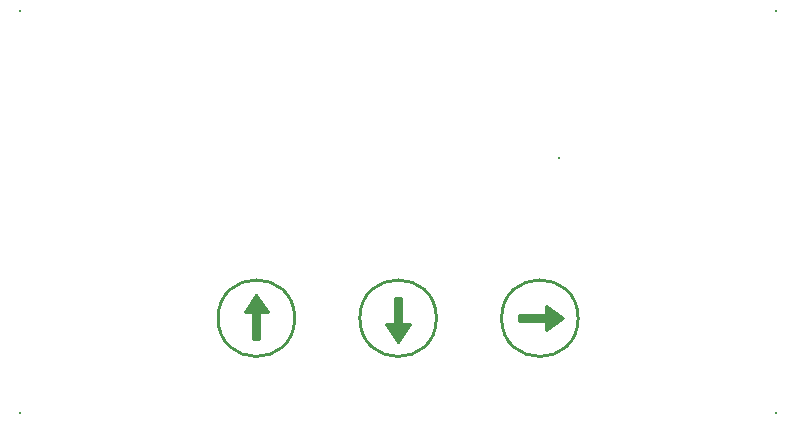
<source format=gts>
G04*
G04 #@! TF.GenerationSoftware,Altium Limited,Altium Designer,20.1.12 (249)*
G04*
G04 Layer_Color=8388736*
%FSLAX25Y25*%
%MOIN*%
G70*
G04*
G04 #@! TF.SameCoordinates,5D91F948-5D34-48A5-82E7-886A0B8BAD73*
G04*
G04*
G04 #@! TF.FilePolarity,Negative*
G04*
G01*
G75*
%ADD10C,0.01000*%
%ADD11C,0.00800*%
%ADD12R,0.00800X0.00800*%
G36*
X90801Y50806D02*
X94194Y45716D01*
X93958Y45276D01*
X91535D01*
Y36417D01*
X89567D01*
Y45276D01*
X87144D01*
X86908Y45716D01*
X90301Y50806D01*
X90801D01*
D02*
G37*
G36*
X138779Y41339D02*
X141202D01*
X141438Y40898D01*
X138045Y35808D01*
X137545D01*
X134152Y40898D01*
X134388Y41339D01*
X136811D01*
Y50197D01*
X138779D01*
Y41339D01*
D02*
G37*
G36*
X192538Y43557D02*
Y43057D01*
X187449Y39664D01*
X187008Y39900D01*
Y42323D01*
X178150D01*
Y44291D01*
X187008D01*
Y46714D01*
X187449Y46950D01*
X192538Y43557D01*
D02*
G37*
D10*
X150558Y43307D02*
G03*
X150558Y43307I-12763J0D01*
G01*
X197802D02*
G03*
X197802Y43307I-12763J0D01*
G01*
X103314D02*
G03*
X103314Y43307I-12763J0D01*
G01*
X178150Y44291D02*
X187008D01*
X178150Y42323D02*
Y44291D01*
Y42323D02*
X187008D01*
Y39370D02*
Y42323D01*
Y39370D02*
X192913Y43307D01*
X187008Y47244D02*
X192913Y43307D01*
X187008Y44291D02*
Y47244D01*
X138779Y41339D02*
Y50197D01*
X136811D02*
X138779D01*
X136811Y41339D02*
Y50197D01*
X133858Y41339D02*
X136811D01*
X133858D02*
X137795Y35433D01*
X141732Y41339D01*
X138779D02*
X141732D01*
X86614Y45276D02*
X89567D01*
X86614D02*
X90551Y51181D01*
X94488Y45276D01*
X91535D02*
X94488D01*
X91535Y36417D02*
Y45276D01*
X89567Y36417D02*
X91535D01*
X89567D02*
Y45276D01*
D11*
X263779Y145669D02*
D03*
Y11811D02*
D03*
X11811D02*
D03*
Y145669D02*
D03*
D12*
X191503Y96595D02*
D03*
M02*

</source>
